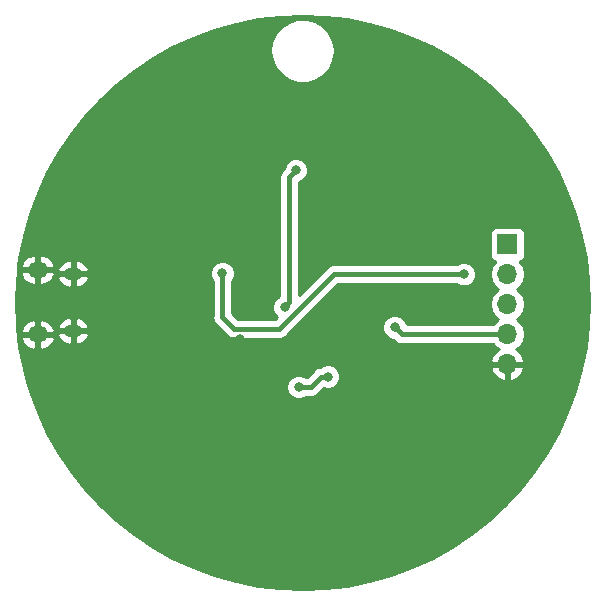
<source format=gbr>
G04 #@! TF.GenerationSoftware,KiCad,Pcbnew,5.0.2-bee76a0~70~ubuntu18.04.1*
G04 #@! TF.CreationDate,2019-08-23T13:18:12-04:00*
G04 #@! TF.ProjectId,badge,62616467-652e-46b6-9963-61645f706362,rev?*
G04 #@! TF.SameCoordinates,Original*
G04 #@! TF.FileFunction,Copper,L2,Bot*
G04 #@! TF.FilePolarity,Positive*
%FSLAX46Y46*%
G04 Gerber Fmt 4.6, Leading zero omitted, Abs format (unit mm)*
G04 Created by KiCad (PCBNEW 5.0.2-bee76a0~70~ubuntu18.04.1) date Fri 23 Aug 2019 01:18:12 PM EDT*
%MOMM*%
%LPD*%
G01*
G04 APERTURE LIST*
G04 #@! TA.AperFunction,ComponentPad*
%ADD10O,1.500000X1.100000*%
G04 #@! TD*
G04 #@! TA.AperFunction,ComponentPad*
%ADD11O,1.700000X1.350000*%
G04 #@! TD*
G04 #@! TA.AperFunction,ComponentPad*
%ADD12R,1.700000X1.700000*%
G04 #@! TD*
G04 #@! TA.AperFunction,ComponentPad*
%ADD13O,1.700000X1.700000*%
G04 #@! TD*
G04 #@! TA.AperFunction,ViaPad*
%ADD14C,0.800000*%
G04 #@! TD*
G04 #@! TA.AperFunction,Conductor*
%ADD15C,0.400000*%
G04 #@! TD*
G04 #@! TA.AperFunction,Conductor*
%ADD16C,0.254000*%
G04 #@! TD*
G04 APERTURE END LIST*
D10*
G04 #@! TO.P,J1,6*
G04 #@! TO.N,GND*
X149586000Y-91363600D03*
X149586000Y-96203600D03*
D11*
X146586000Y-91053600D03*
X146586000Y-96513600D03*
G04 #@! TD*
D12*
G04 #@! TO.P,J2,1*
G04 #@! TO.N,Net-(C1-Pad1)*
X186359800Y-88874600D03*
D13*
G04 #@! TO.P,J2,2*
G04 #@! TO.N,Net-(C3-Pad1)*
X186359800Y-91414600D03*
G04 #@! TO.P,J2,3*
G04 #@! TO.N,Net-(J2-Pad3)*
X186359800Y-93954600D03*
G04 #@! TO.P,J2,4*
G04 #@! TO.N,Net-(J2-Pad4)*
X186359800Y-96494600D03*
G04 #@! TO.P,J2,5*
G04 #@! TO.N,GND*
X186359800Y-99034600D03*
G04 #@! TD*
D14*
G04 #@! TO.N,*
X171170600Y-100076000D03*
X168681400Y-100965000D03*
G04 #@! TO.N,GND*
X160604200Y-86664800D03*
X160705800Y-91109800D03*
X163677600Y-96901000D03*
X161036000Y-96164400D03*
X174726600Y-94259400D03*
X174955200Y-99491800D03*
G04 #@! TO.N,Net-(C3-Pad1)*
X162229800Y-91338400D03*
X182676800Y-91414600D03*
G04 #@! TO.N,Net-(D1-Pad1)*
X167487600Y-94208600D03*
X168452800Y-82600800D03*
G04 #@! TO.N,Net-(J2-Pad4)*
X176809400Y-95910400D03*
G04 #@! TD*
D15*
G04 #@! TO.N,*
X170604915Y-100076000D02*
X169715915Y-100965000D01*
X171170600Y-100076000D02*
X170604915Y-100076000D01*
X169715915Y-100965000D02*
X168681400Y-100965000D01*
G04 #@! TO.N,GND*
X160604200Y-87230485D02*
X160655000Y-87281285D01*
X160604200Y-86664800D02*
X160604200Y-87230485D01*
X160655000Y-87281285D02*
X160655000Y-91059000D01*
X160655000Y-91059000D02*
X160705800Y-91109800D01*
X163677600Y-96901000D02*
X161772600Y-96901000D01*
X161772600Y-96901000D02*
X161036000Y-96164400D01*
X174726600Y-94825085D02*
X174955200Y-95053685D01*
X174726600Y-94259400D02*
X174726600Y-94825085D01*
X174955200Y-95053685D02*
X174955200Y-99491800D01*
G04 #@! TO.N,Net-(C3-Pad1)*
X162229800Y-91338400D02*
X162229800Y-95046800D01*
X162229800Y-95046800D02*
X163220400Y-96037400D01*
X163220400Y-96037400D02*
X167055800Y-96037400D01*
X167055800Y-96037400D02*
X171678600Y-91414600D01*
X171678600Y-91414600D02*
X182676800Y-91414600D01*
G04 #@! TO.N,Net-(D1-Pad1)*
X167887599Y-93808601D02*
X167887599Y-83191401D01*
X167487600Y-94208600D02*
X167887599Y-93808601D01*
X167887599Y-83191401D02*
X168452800Y-82626200D01*
X168452800Y-82626200D02*
X168452800Y-82600800D01*
G04 #@! TO.N,Net-(J2-Pad4)*
X177393600Y-96494600D02*
X186359800Y-96494600D01*
X176809400Y-95910400D02*
X177393600Y-96494600D01*
G04 #@! TD*
D16*
G04 #@! TO.N,GND*
G36*
X170915410Y-69618401D02*
X172807482Y-69842342D01*
X174676152Y-70214044D01*
X176509897Y-70731214D01*
X178297413Y-71390663D01*
X180027679Y-72188327D01*
X181690028Y-73119286D01*
X183274209Y-74177803D01*
X184770457Y-75357349D01*
X186169546Y-76650654D01*
X187462851Y-78049743D01*
X188642397Y-79545991D01*
X189700914Y-81130172D01*
X190631873Y-82792521D01*
X191429537Y-84522787D01*
X192088986Y-86310303D01*
X192606156Y-88144048D01*
X192977858Y-90012718D01*
X193201799Y-91904790D01*
X193276600Y-93808600D01*
X193201799Y-95712410D01*
X192977858Y-97604482D01*
X192606156Y-99473152D01*
X192088986Y-101306897D01*
X191429537Y-103094413D01*
X190631873Y-104824679D01*
X189700914Y-106487028D01*
X188642397Y-108071209D01*
X187462851Y-109567457D01*
X186169546Y-110966546D01*
X184770457Y-112259851D01*
X183274209Y-113439397D01*
X181690028Y-114497914D01*
X180027679Y-115428873D01*
X178297413Y-116226537D01*
X176509897Y-116885986D01*
X174676152Y-117403156D01*
X172807482Y-117774858D01*
X170915410Y-117998799D01*
X169011600Y-118073600D01*
X167107790Y-117998799D01*
X165215718Y-117774858D01*
X163347048Y-117403156D01*
X161513303Y-116885986D01*
X159725787Y-116226537D01*
X157995521Y-115428873D01*
X156333172Y-114497914D01*
X154748991Y-113439397D01*
X153252743Y-112259851D01*
X151853654Y-110966546D01*
X150560349Y-109567457D01*
X149380803Y-108071209D01*
X148322286Y-106487028D01*
X147391327Y-104824679D01*
X146593663Y-103094413D01*
X145934214Y-101306897D01*
X145779727Y-100759126D01*
X167646400Y-100759126D01*
X167646400Y-101170874D01*
X167803969Y-101551280D01*
X168095120Y-101842431D01*
X168475526Y-102000000D01*
X168887274Y-102000000D01*
X169267680Y-101842431D01*
X169310111Y-101800000D01*
X169633682Y-101800000D01*
X169715915Y-101816357D01*
X169798148Y-101800000D01*
X169798152Y-101800000D01*
X170041716Y-101751552D01*
X170317916Y-101567001D01*
X170364502Y-101497280D01*
X170813445Y-101048338D01*
X170964726Y-101111000D01*
X171376474Y-101111000D01*
X171756880Y-100953431D01*
X172048031Y-100662280D01*
X172205600Y-100281874D01*
X172205600Y-99870126D01*
X172048031Y-99489720D01*
X171949801Y-99391490D01*
X184918324Y-99391490D01*
X185088155Y-99801524D01*
X185478442Y-100229783D01*
X186002908Y-100476086D01*
X186232800Y-100355419D01*
X186232800Y-99161600D01*
X186486800Y-99161600D01*
X186486800Y-100355419D01*
X186716692Y-100476086D01*
X187241158Y-100229783D01*
X187631445Y-99801524D01*
X187801276Y-99391490D01*
X187679955Y-99161600D01*
X186486800Y-99161600D01*
X186232800Y-99161600D01*
X185039645Y-99161600D01*
X184918324Y-99391490D01*
X171949801Y-99391490D01*
X171756880Y-99198569D01*
X171376474Y-99041000D01*
X170964726Y-99041000D01*
X170584320Y-99198569D01*
X170546659Y-99236230D01*
X170522678Y-99241000D01*
X170279114Y-99289448D01*
X170002914Y-99473999D01*
X169956329Y-99543718D01*
X169370048Y-100130000D01*
X169310111Y-100130000D01*
X169267680Y-100087569D01*
X168887274Y-99930000D01*
X168475526Y-99930000D01*
X168095120Y-100087569D01*
X167803969Y-100378720D01*
X167646400Y-100759126D01*
X145779727Y-100759126D01*
X145417044Y-99473152D01*
X145045342Y-97604482D01*
X144955215Y-96843000D01*
X145143090Y-96843000D01*
X145146144Y-96866629D01*
X145377524Y-97323796D01*
X145766241Y-97657618D01*
X146253117Y-97817273D01*
X146459000Y-97667171D01*
X146459000Y-96640600D01*
X146713000Y-96640600D01*
X146713000Y-97667171D01*
X146918883Y-97817273D01*
X147405759Y-97657618D01*
X147794476Y-97323796D01*
X148025856Y-96866629D01*
X148028910Y-96843000D01*
X147905224Y-96640600D01*
X146713000Y-96640600D01*
X146459000Y-96640600D01*
X145266776Y-96640600D01*
X145143090Y-96843000D01*
X144955215Y-96843000D01*
X144916198Y-96513344D01*
X148242197Y-96513344D01*
X148246994Y-96552126D01*
X148467071Y-96961475D01*
X148827046Y-97255444D01*
X149272117Y-97389280D01*
X149459000Y-97233748D01*
X149459000Y-96330600D01*
X149713000Y-96330600D01*
X149713000Y-97233748D01*
X149899883Y-97389280D01*
X150344954Y-97255444D01*
X150704929Y-96961475D01*
X150925006Y-96552126D01*
X150929803Y-96513344D01*
X150804361Y-96330600D01*
X149713000Y-96330600D01*
X149459000Y-96330600D01*
X148367639Y-96330600D01*
X148242197Y-96513344D01*
X144916198Y-96513344D01*
X144877241Y-96184200D01*
X145143090Y-96184200D01*
X145266776Y-96386600D01*
X146459000Y-96386600D01*
X146459000Y-95360029D01*
X146713000Y-95360029D01*
X146713000Y-96386600D01*
X147905224Y-96386600D01*
X148028910Y-96184200D01*
X148025856Y-96160571D01*
X147890867Y-95893856D01*
X148242197Y-95893856D01*
X148367639Y-96076600D01*
X149459000Y-96076600D01*
X149459000Y-95173452D01*
X149713000Y-95173452D01*
X149713000Y-96076600D01*
X150804361Y-96076600D01*
X150929803Y-95893856D01*
X150925006Y-95855074D01*
X150704929Y-95445725D01*
X150344954Y-95151756D01*
X149899883Y-95017920D01*
X149713000Y-95173452D01*
X149459000Y-95173452D01*
X149272117Y-95017920D01*
X148827046Y-95151756D01*
X148467071Y-95445725D01*
X148246994Y-95855074D01*
X148242197Y-95893856D01*
X147890867Y-95893856D01*
X147794476Y-95703404D01*
X147405759Y-95369582D01*
X146918883Y-95209927D01*
X146713000Y-95360029D01*
X146459000Y-95360029D01*
X146253117Y-95209927D01*
X145766241Y-95369582D01*
X145377524Y-95703404D01*
X145146144Y-96160571D01*
X145143090Y-96184200D01*
X144877241Y-96184200D01*
X144821401Y-95712410D01*
X144746600Y-93808600D01*
X144821401Y-91904790D01*
X144883158Y-91383000D01*
X145143090Y-91383000D01*
X145146144Y-91406629D01*
X145377524Y-91863796D01*
X145766241Y-92197618D01*
X146253117Y-92357273D01*
X146459000Y-92207171D01*
X146459000Y-91180600D01*
X146713000Y-91180600D01*
X146713000Y-92207171D01*
X146918883Y-92357273D01*
X147405759Y-92197618D01*
X147794476Y-91863796D01*
X147890866Y-91673344D01*
X148242197Y-91673344D01*
X148246994Y-91712126D01*
X148467071Y-92121475D01*
X148827046Y-92415444D01*
X149272117Y-92549280D01*
X149459000Y-92393748D01*
X149459000Y-91490600D01*
X149713000Y-91490600D01*
X149713000Y-92393748D01*
X149899883Y-92549280D01*
X150344954Y-92415444D01*
X150704929Y-92121475D01*
X150925006Y-91712126D01*
X150929803Y-91673344D01*
X150804361Y-91490600D01*
X149713000Y-91490600D01*
X149459000Y-91490600D01*
X148367639Y-91490600D01*
X148242197Y-91673344D01*
X147890866Y-91673344D01*
X148025856Y-91406629D01*
X148028910Y-91383000D01*
X147905224Y-91180600D01*
X146713000Y-91180600D01*
X146459000Y-91180600D01*
X145266776Y-91180600D01*
X145143090Y-91383000D01*
X144883158Y-91383000D01*
X144922114Y-91053856D01*
X148242197Y-91053856D01*
X148367639Y-91236600D01*
X149459000Y-91236600D01*
X149459000Y-90333452D01*
X149713000Y-90333452D01*
X149713000Y-91236600D01*
X150804361Y-91236600D01*
X150875801Y-91132526D01*
X161194800Y-91132526D01*
X161194800Y-91544274D01*
X161352369Y-91924680D01*
X161394800Y-91967111D01*
X161394801Y-94964562D01*
X161378443Y-95046800D01*
X161443248Y-95372600D01*
X161443249Y-95372601D01*
X161627800Y-95648801D01*
X161697518Y-95695385D01*
X162571815Y-96569682D01*
X162618399Y-96639401D01*
X162840540Y-96787831D01*
X162894599Y-96823952D01*
X163220400Y-96888758D01*
X163302637Y-96872400D01*
X166973567Y-96872400D01*
X167055800Y-96888757D01*
X167138033Y-96872400D01*
X167138037Y-96872400D01*
X167381601Y-96823952D01*
X167657801Y-96639401D01*
X167704387Y-96569680D01*
X168569541Y-95704526D01*
X175774400Y-95704526D01*
X175774400Y-96116274D01*
X175931969Y-96496680D01*
X176223120Y-96787831D01*
X176603526Y-96945400D01*
X176663532Y-96945400D01*
X176745014Y-97026882D01*
X176791599Y-97096601D01*
X177067799Y-97281152D01*
X177311363Y-97329600D01*
X177393600Y-97345958D01*
X177475837Y-97329600D01*
X185131735Y-97329600D01*
X185289175Y-97565225D01*
X185608278Y-97778443D01*
X185478442Y-97839417D01*
X185088155Y-98267676D01*
X184918324Y-98677710D01*
X185039645Y-98907600D01*
X186232800Y-98907600D01*
X186232800Y-98887600D01*
X186486800Y-98887600D01*
X186486800Y-98907600D01*
X187679955Y-98907600D01*
X187801276Y-98677710D01*
X187631445Y-98267676D01*
X187241158Y-97839417D01*
X187111322Y-97778443D01*
X187430425Y-97565225D01*
X187758639Y-97074018D01*
X187873892Y-96494600D01*
X187758639Y-95915182D01*
X187430425Y-95423975D01*
X187132039Y-95224600D01*
X187430425Y-95025225D01*
X187758639Y-94534018D01*
X187873892Y-93954600D01*
X187758639Y-93375182D01*
X187430425Y-92883975D01*
X187132039Y-92684600D01*
X187430425Y-92485225D01*
X187758639Y-91994018D01*
X187873892Y-91414600D01*
X187758639Y-90835182D01*
X187430425Y-90343975D01*
X187412181Y-90331784D01*
X187457565Y-90322757D01*
X187667609Y-90182409D01*
X187807957Y-89972365D01*
X187857240Y-89724600D01*
X187857240Y-88024600D01*
X187807957Y-87776835D01*
X187667609Y-87566791D01*
X187457565Y-87426443D01*
X187209800Y-87377160D01*
X185509800Y-87377160D01*
X185262035Y-87426443D01*
X185051991Y-87566791D01*
X184911643Y-87776835D01*
X184862360Y-88024600D01*
X184862360Y-89724600D01*
X184911643Y-89972365D01*
X185051991Y-90182409D01*
X185262035Y-90322757D01*
X185307419Y-90331784D01*
X185289175Y-90343975D01*
X184960961Y-90835182D01*
X184845708Y-91414600D01*
X184960961Y-91994018D01*
X185289175Y-92485225D01*
X185587561Y-92684600D01*
X185289175Y-92883975D01*
X184960961Y-93375182D01*
X184845708Y-93954600D01*
X184960961Y-94534018D01*
X185289175Y-95025225D01*
X185587561Y-95224600D01*
X185289175Y-95423975D01*
X185131735Y-95659600D01*
X177825791Y-95659600D01*
X177686831Y-95324120D01*
X177395680Y-95032969D01*
X177015274Y-94875400D01*
X176603526Y-94875400D01*
X176223120Y-95032969D01*
X175931969Y-95324120D01*
X175774400Y-95704526D01*
X168569541Y-95704526D01*
X172024469Y-92249600D01*
X182048089Y-92249600D01*
X182090520Y-92292031D01*
X182470926Y-92449600D01*
X182882674Y-92449600D01*
X183263080Y-92292031D01*
X183554231Y-92000880D01*
X183711800Y-91620474D01*
X183711800Y-91208726D01*
X183554231Y-90828320D01*
X183263080Y-90537169D01*
X182882674Y-90379600D01*
X182470926Y-90379600D01*
X182090520Y-90537169D01*
X182048089Y-90579600D01*
X171760832Y-90579600D01*
X171678599Y-90563243D01*
X171596366Y-90579600D01*
X171596363Y-90579600D01*
X171352799Y-90628048D01*
X171076599Y-90812599D01*
X171030017Y-90882314D01*
X168722599Y-93189733D01*
X168722599Y-83609321D01*
X169039080Y-83478231D01*
X169330231Y-83187080D01*
X169487800Y-82806674D01*
X169487800Y-82394926D01*
X169330231Y-82014520D01*
X169039080Y-81723369D01*
X168658674Y-81565800D01*
X168246926Y-81565800D01*
X167866520Y-81723369D01*
X167575369Y-82014520D01*
X167417800Y-82394926D01*
X167417800Y-82480333D01*
X167355317Y-82542816D01*
X167285599Y-82589400D01*
X167239015Y-82659118D01*
X167101047Y-82865601D01*
X167036242Y-83191401D01*
X167052600Y-83273639D01*
X167052599Y-93268507D01*
X166901320Y-93331169D01*
X166610169Y-93622320D01*
X166452600Y-94002726D01*
X166452600Y-94414474D01*
X166610169Y-94794880D01*
X166863811Y-95048522D01*
X166709933Y-95202400D01*
X163566268Y-95202400D01*
X163064800Y-94700933D01*
X163064800Y-91967111D01*
X163107231Y-91924680D01*
X163264800Y-91544274D01*
X163264800Y-91132526D01*
X163107231Y-90752120D01*
X162816080Y-90460969D01*
X162435674Y-90303400D01*
X162023926Y-90303400D01*
X161643520Y-90460969D01*
X161352369Y-90752120D01*
X161194800Y-91132526D01*
X150875801Y-91132526D01*
X150929803Y-91053856D01*
X150925006Y-91015074D01*
X150704929Y-90605725D01*
X150344954Y-90311756D01*
X149899883Y-90177920D01*
X149713000Y-90333452D01*
X149459000Y-90333452D01*
X149272117Y-90177920D01*
X148827046Y-90311756D01*
X148467071Y-90605725D01*
X148246994Y-91015074D01*
X148242197Y-91053856D01*
X144922114Y-91053856D01*
X144961132Y-90724200D01*
X145143090Y-90724200D01*
X145266776Y-90926600D01*
X146459000Y-90926600D01*
X146459000Y-89900029D01*
X146713000Y-89900029D01*
X146713000Y-90926600D01*
X147905224Y-90926600D01*
X148028910Y-90724200D01*
X148025856Y-90700571D01*
X147794476Y-90243404D01*
X147405759Y-89909582D01*
X146918883Y-89749927D01*
X146713000Y-89900029D01*
X146459000Y-89900029D01*
X146253117Y-89749927D01*
X145766241Y-89909582D01*
X145377524Y-90243404D01*
X145146144Y-90700571D01*
X145143090Y-90724200D01*
X144961132Y-90724200D01*
X145045342Y-90012718D01*
X145417044Y-88144048D01*
X145934214Y-86310303D01*
X146593663Y-84522787D01*
X147391327Y-82792521D01*
X148322286Y-81130172D01*
X149380803Y-79545991D01*
X150560349Y-78049743D01*
X151853654Y-76650654D01*
X153252743Y-75357349D01*
X154748991Y-74177803D01*
X156333172Y-73119286D01*
X157379433Y-72533352D01*
X166281804Y-72533352D01*
X166400888Y-73298175D01*
X166729846Y-73998832D01*
X167242233Y-74579000D01*
X167896858Y-74992037D01*
X168641096Y-75204742D01*
X169415120Y-75200013D01*
X170156704Y-74978233D01*
X170806234Y-74557228D01*
X171311495Y-73970844D01*
X171631868Y-73266220D01*
X171741600Y-72500000D01*
X171740785Y-72433300D01*
X171612366Y-71669990D01*
X171274873Y-70973403D01*
X170755436Y-70399539D01*
X170095814Y-69994530D01*
X169349032Y-69790934D01*
X168575124Y-69805118D01*
X167836305Y-70035942D01*
X167191966Y-70464851D01*
X166693907Y-71057363D01*
X166382166Y-71765849D01*
X166281804Y-72533352D01*
X157379433Y-72533352D01*
X157995521Y-72188327D01*
X159725787Y-71390663D01*
X161513303Y-70731214D01*
X163347048Y-70214044D01*
X165215718Y-69842342D01*
X167107790Y-69618401D01*
X169011600Y-69543600D01*
X170915410Y-69618401D01*
X170915410Y-69618401D01*
G37*
X170915410Y-69618401D02*
X172807482Y-69842342D01*
X174676152Y-70214044D01*
X176509897Y-70731214D01*
X178297413Y-71390663D01*
X180027679Y-72188327D01*
X181690028Y-73119286D01*
X183274209Y-74177803D01*
X184770457Y-75357349D01*
X186169546Y-76650654D01*
X187462851Y-78049743D01*
X188642397Y-79545991D01*
X189700914Y-81130172D01*
X190631873Y-82792521D01*
X191429537Y-84522787D01*
X192088986Y-86310303D01*
X192606156Y-88144048D01*
X192977858Y-90012718D01*
X193201799Y-91904790D01*
X193276600Y-93808600D01*
X193201799Y-95712410D01*
X192977858Y-97604482D01*
X192606156Y-99473152D01*
X192088986Y-101306897D01*
X191429537Y-103094413D01*
X190631873Y-104824679D01*
X189700914Y-106487028D01*
X188642397Y-108071209D01*
X187462851Y-109567457D01*
X186169546Y-110966546D01*
X184770457Y-112259851D01*
X183274209Y-113439397D01*
X181690028Y-114497914D01*
X180027679Y-115428873D01*
X178297413Y-116226537D01*
X176509897Y-116885986D01*
X174676152Y-117403156D01*
X172807482Y-117774858D01*
X170915410Y-117998799D01*
X169011600Y-118073600D01*
X167107790Y-117998799D01*
X165215718Y-117774858D01*
X163347048Y-117403156D01*
X161513303Y-116885986D01*
X159725787Y-116226537D01*
X157995521Y-115428873D01*
X156333172Y-114497914D01*
X154748991Y-113439397D01*
X153252743Y-112259851D01*
X151853654Y-110966546D01*
X150560349Y-109567457D01*
X149380803Y-108071209D01*
X148322286Y-106487028D01*
X147391327Y-104824679D01*
X146593663Y-103094413D01*
X145934214Y-101306897D01*
X145779727Y-100759126D01*
X167646400Y-100759126D01*
X167646400Y-101170874D01*
X167803969Y-101551280D01*
X168095120Y-101842431D01*
X168475526Y-102000000D01*
X168887274Y-102000000D01*
X169267680Y-101842431D01*
X169310111Y-101800000D01*
X169633682Y-101800000D01*
X169715915Y-101816357D01*
X169798148Y-101800000D01*
X169798152Y-101800000D01*
X170041716Y-101751552D01*
X170317916Y-101567001D01*
X170364502Y-101497280D01*
X170813445Y-101048338D01*
X170964726Y-101111000D01*
X171376474Y-101111000D01*
X171756880Y-100953431D01*
X172048031Y-100662280D01*
X172205600Y-100281874D01*
X172205600Y-99870126D01*
X172048031Y-99489720D01*
X171949801Y-99391490D01*
X184918324Y-99391490D01*
X185088155Y-99801524D01*
X185478442Y-100229783D01*
X186002908Y-100476086D01*
X186232800Y-100355419D01*
X186232800Y-99161600D01*
X186486800Y-99161600D01*
X186486800Y-100355419D01*
X186716692Y-100476086D01*
X187241158Y-100229783D01*
X187631445Y-99801524D01*
X187801276Y-99391490D01*
X187679955Y-99161600D01*
X186486800Y-99161600D01*
X186232800Y-99161600D01*
X185039645Y-99161600D01*
X184918324Y-99391490D01*
X171949801Y-99391490D01*
X171756880Y-99198569D01*
X171376474Y-99041000D01*
X170964726Y-99041000D01*
X170584320Y-99198569D01*
X170546659Y-99236230D01*
X170522678Y-99241000D01*
X170279114Y-99289448D01*
X170002914Y-99473999D01*
X169956329Y-99543718D01*
X169370048Y-100130000D01*
X169310111Y-100130000D01*
X169267680Y-100087569D01*
X168887274Y-99930000D01*
X168475526Y-99930000D01*
X168095120Y-100087569D01*
X167803969Y-100378720D01*
X167646400Y-100759126D01*
X145779727Y-100759126D01*
X145417044Y-99473152D01*
X145045342Y-97604482D01*
X144955215Y-96843000D01*
X145143090Y-96843000D01*
X145146144Y-96866629D01*
X145377524Y-97323796D01*
X145766241Y-97657618D01*
X146253117Y-97817273D01*
X146459000Y-97667171D01*
X146459000Y-96640600D01*
X146713000Y-96640600D01*
X146713000Y-97667171D01*
X146918883Y-97817273D01*
X147405759Y-97657618D01*
X147794476Y-97323796D01*
X148025856Y-96866629D01*
X148028910Y-96843000D01*
X147905224Y-96640600D01*
X146713000Y-96640600D01*
X146459000Y-96640600D01*
X145266776Y-96640600D01*
X145143090Y-96843000D01*
X144955215Y-96843000D01*
X144916198Y-96513344D01*
X148242197Y-96513344D01*
X148246994Y-96552126D01*
X148467071Y-96961475D01*
X148827046Y-97255444D01*
X149272117Y-97389280D01*
X149459000Y-97233748D01*
X149459000Y-96330600D01*
X149713000Y-96330600D01*
X149713000Y-97233748D01*
X149899883Y-97389280D01*
X150344954Y-97255444D01*
X150704929Y-96961475D01*
X150925006Y-96552126D01*
X150929803Y-96513344D01*
X150804361Y-96330600D01*
X149713000Y-96330600D01*
X149459000Y-96330600D01*
X148367639Y-96330600D01*
X148242197Y-96513344D01*
X144916198Y-96513344D01*
X144877241Y-96184200D01*
X145143090Y-96184200D01*
X145266776Y-96386600D01*
X146459000Y-96386600D01*
X146459000Y-95360029D01*
X146713000Y-95360029D01*
X146713000Y-96386600D01*
X147905224Y-96386600D01*
X148028910Y-96184200D01*
X148025856Y-96160571D01*
X147890867Y-95893856D01*
X148242197Y-95893856D01*
X148367639Y-96076600D01*
X149459000Y-96076600D01*
X149459000Y-95173452D01*
X149713000Y-95173452D01*
X149713000Y-96076600D01*
X150804361Y-96076600D01*
X150929803Y-95893856D01*
X150925006Y-95855074D01*
X150704929Y-95445725D01*
X150344954Y-95151756D01*
X149899883Y-95017920D01*
X149713000Y-95173452D01*
X149459000Y-95173452D01*
X149272117Y-95017920D01*
X148827046Y-95151756D01*
X148467071Y-95445725D01*
X148246994Y-95855074D01*
X148242197Y-95893856D01*
X147890867Y-95893856D01*
X147794476Y-95703404D01*
X147405759Y-95369582D01*
X146918883Y-95209927D01*
X146713000Y-95360029D01*
X146459000Y-95360029D01*
X146253117Y-95209927D01*
X145766241Y-95369582D01*
X145377524Y-95703404D01*
X145146144Y-96160571D01*
X145143090Y-96184200D01*
X144877241Y-96184200D01*
X144821401Y-95712410D01*
X144746600Y-93808600D01*
X144821401Y-91904790D01*
X144883158Y-91383000D01*
X145143090Y-91383000D01*
X145146144Y-91406629D01*
X145377524Y-91863796D01*
X145766241Y-92197618D01*
X146253117Y-92357273D01*
X146459000Y-92207171D01*
X146459000Y-91180600D01*
X146713000Y-91180600D01*
X146713000Y-92207171D01*
X146918883Y-92357273D01*
X147405759Y-92197618D01*
X147794476Y-91863796D01*
X147890866Y-91673344D01*
X148242197Y-91673344D01*
X148246994Y-91712126D01*
X148467071Y-92121475D01*
X148827046Y-92415444D01*
X149272117Y-92549280D01*
X149459000Y-92393748D01*
X149459000Y-91490600D01*
X149713000Y-91490600D01*
X149713000Y-92393748D01*
X149899883Y-92549280D01*
X150344954Y-92415444D01*
X150704929Y-92121475D01*
X150925006Y-91712126D01*
X150929803Y-91673344D01*
X150804361Y-91490600D01*
X149713000Y-91490600D01*
X149459000Y-91490600D01*
X148367639Y-91490600D01*
X148242197Y-91673344D01*
X147890866Y-91673344D01*
X148025856Y-91406629D01*
X148028910Y-91383000D01*
X147905224Y-91180600D01*
X146713000Y-91180600D01*
X146459000Y-91180600D01*
X145266776Y-91180600D01*
X145143090Y-91383000D01*
X144883158Y-91383000D01*
X144922114Y-91053856D01*
X148242197Y-91053856D01*
X148367639Y-91236600D01*
X149459000Y-91236600D01*
X149459000Y-90333452D01*
X149713000Y-90333452D01*
X149713000Y-91236600D01*
X150804361Y-91236600D01*
X150875801Y-91132526D01*
X161194800Y-91132526D01*
X161194800Y-91544274D01*
X161352369Y-91924680D01*
X161394800Y-91967111D01*
X161394801Y-94964562D01*
X161378443Y-95046800D01*
X161443248Y-95372600D01*
X161443249Y-95372601D01*
X161627800Y-95648801D01*
X161697518Y-95695385D01*
X162571815Y-96569682D01*
X162618399Y-96639401D01*
X162840540Y-96787831D01*
X162894599Y-96823952D01*
X163220400Y-96888758D01*
X163302637Y-96872400D01*
X166973567Y-96872400D01*
X167055800Y-96888757D01*
X167138033Y-96872400D01*
X167138037Y-96872400D01*
X167381601Y-96823952D01*
X167657801Y-96639401D01*
X167704387Y-96569680D01*
X168569541Y-95704526D01*
X175774400Y-95704526D01*
X175774400Y-96116274D01*
X175931969Y-96496680D01*
X176223120Y-96787831D01*
X176603526Y-96945400D01*
X176663532Y-96945400D01*
X176745014Y-97026882D01*
X176791599Y-97096601D01*
X177067799Y-97281152D01*
X177311363Y-97329600D01*
X177393600Y-97345958D01*
X177475837Y-97329600D01*
X185131735Y-97329600D01*
X185289175Y-97565225D01*
X185608278Y-97778443D01*
X185478442Y-97839417D01*
X185088155Y-98267676D01*
X184918324Y-98677710D01*
X185039645Y-98907600D01*
X186232800Y-98907600D01*
X186232800Y-98887600D01*
X186486800Y-98887600D01*
X186486800Y-98907600D01*
X187679955Y-98907600D01*
X187801276Y-98677710D01*
X187631445Y-98267676D01*
X187241158Y-97839417D01*
X187111322Y-97778443D01*
X187430425Y-97565225D01*
X187758639Y-97074018D01*
X187873892Y-96494600D01*
X187758639Y-95915182D01*
X187430425Y-95423975D01*
X187132039Y-95224600D01*
X187430425Y-95025225D01*
X187758639Y-94534018D01*
X187873892Y-93954600D01*
X187758639Y-93375182D01*
X187430425Y-92883975D01*
X187132039Y-92684600D01*
X187430425Y-92485225D01*
X187758639Y-91994018D01*
X187873892Y-91414600D01*
X187758639Y-90835182D01*
X187430425Y-90343975D01*
X187412181Y-90331784D01*
X187457565Y-90322757D01*
X187667609Y-90182409D01*
X187807957Y-89972365D01*
X187857240Y-89724600D01*
X187857240Y-88024600D01*
X187807957Y-87776835D01*
X187667609Y-87566791D01*
X187457565Y-87426443D01*
X187209800Y-87377160D01*
X185509800Y-87377160D01*
X185262035Y-87426443D01*
X185051991Y-87566791D01*
X184911643Y-87776835D01*
X184862360Y-88024600D01*
X184862360Y-89724600D01*
X184911643Y-89972365D01*
X185051991Y-90182409D01*
X185262035Y-90322757D01*
X185307419Y-90331784D01*
X185289175Y-90343975D01*
X184960961Y-90835182D01*
X184845708Y-91414600D01*
X184960961Y-91994018D01*
X185289175Y-92485225D01*
X185587561Y-92684600D01*
X185289175Y-92883975D01*
X184960961Y-93375182D01*
X184845708Y-93954600D01*
X184960961Y-94534018D01*
X185289175Y-95025225D01*
X185587561Y-95224600D01*
X185289175Y-95423975D01*
X185131735Y-95659600D01*
X177825791Y-95659600D01*
X177686831Y-95324120D01*
X177395680Y-95032969D01*
X177015274Y-94875400D01*
X176603526Y-94875400D01*
X176223120Y-95032969D01*
X175931969Y-95324120D01*
X175774400Y-95704526D01*
X168569541Y-95704526D01*
X172024469Y-92249600D01*
X182048089Y-92249600D01*
X182090520Y-92292031D01*
X182470926Y-92449600D01*
X182882674Y-92449600D01*
X183263080Y-92292031D01*
X183554231Y-92000880D01*
X183711800Y-91620474D01*
X183711800Y-91208726D01*
X183554231Y-90828320D01*
X183263080Y-90537169D01*
X182882674Y-90379600D01*
X182470926Y-90379600D01*
X182090520Y-90537169D01*
X182048089Y-90579600D01*
X171760832Y-90579600D01*
X171678599Y-90563243D01*
X171596366Y-90579600D01*
X171596363Y-90579600D01*
X171352799Y-90628048D01*
X171076599Y-90812599D01*
X171030017Y-90882314D01*
X168722599Y-93189733D01*
X168722599Y-83609321D01*
X169039080Y-83478231D01*
X169330231Y-83187080D01*
X169487800Y-82806674D01*
X169487800Y-82394926D01*
X169330231Y-82014520D01*
X169039080Y-81723369D01*
X168658674Y-81565800D01*
X168246926Y-81565800D01*
X167866520Y-81723369D01*
X167575369Y-82014520D01*
X167417800Y-82394926D01*
X167417800Y-82480333D01*
X167355317Y-82542816D01*
X167285599Y-82589400D01*
X167239015Y-82659118D01*
X167101047Y-82865601D01*
X167036242Y-83191401D01*
X167052600Y-83273639D01*
X167052599Y-93268507D01*
X166901320Y-93331169D01*
X166610169Y-93622320D01*
X166452600Y-94002726D01*
X166452600Y-94414474D01*
X166610169Y-94794880D01*
X166863811Y-95048522D01*
X166709933Y-95202400D01*
X163566268Y-95202400D01*
X163064800Y-94700933D01*
X163064800Y-91967111D01*
X163107231Y-91924680D01*
X163264800Y-91544274D01*
X163264800Y-91132526D01*
X163107231Y-90752120D01*
X162816080Y-90460969D01*
X162435674Y-90303400D01*
X162023926Y-90303400D01*
X161643520Y-90460969D01*
X161352369Y-90752120D01*
X161194800Y-91132526D01*
X150875801Y-91132526D01*
X150929803Y-91053856D01*
X150925006Y-91015074D01*
X150704929Y-90605725D01*
X150344954Y-90311756D01*
X149899883Y-90177920D01*
X149713000Y-90333452D01*
X149459000Y-90333452D01*
X149272117Y-90177920D01*
X148827046Y-90311756D01*
X148467071Y-90605725D01*
X148246994Y-91015074D01*
X148242197Y-91053856D01*
X144922114Y-91053856D01*
X144961132Y-90724200D01*
X145143090Y-90724200D01*
X145266776Y-90926600D01*
X146459000Y-90926600D01*
X146459000Y-89900029D01*
X146713000Y-89900029D01*
X146713000Y-90926600D01*
X147905224Y-90926600D01*
X148028910Y-90724200D01*
X148025856Y-90700571D01*
X147794476Y-90243404D01*
X147405759Y-89909582D01*
X146918883Y-89749927D01*
X146713000Y-89900029D01*
X146459000Y-89900029D01*
X146253117Y-89749927D01*
X145766241Y-89909582D01*
X145377524Y-90243404D01*
X145146144Y-90700571D01*
X145143090Y-90724200D01*
X144961132Y-90724200D01*
X145045342Y-90012718D01*
X145417044Y-88144048D01*
X145934214Y-86310303D01*
X146593663Y-84522787D01*
X147391327Y-82792521D01*
X148322286Y-81130172D01*
X149380803Y-79545991D01*
X150560349Y-78049743D01*
X151853654Y-76650654D01*
X153252743Y-75357349D01*
X154748991Y-74177803D01*
X156333172Y-73119286D01*
X157379433Y-72533352D01*
X166281804Y-72533352D01*
X166400888Y-73298175D01*
X166729846Y-73998832D01*
X167242233Y-74579000D01*
X167896858Y-74992037D01*
X168641096Y-75204742D01*
X169415120Y-75200013D01*
X170156704Y-74978233D01*
X170806234Y-74557228D01*
X171311495Y-73970844D01*
X171631868Y-73266220D01*
X171741600Y-72500000D01*
X171740785Y-72433300D01*
X171612366Y-71669990D01*
X171274873Y-70973403D01*
X170755436Y-70399539D01*
X170095814Y-69994530D01*
X169349032Y-69790934D01*
X168575124Y-69805118D01*
X167836305Y-70035942D01*
X167191966Y-70464851D01*
X166693907Y-71057363D01*
X166382166Y-71765849D01*
X166281804Y-72533352D01*
X157379433Y-72533352D01*
X157995521Y-72188327D01*
X159725787Y-71390663D01*
X161513303Y-70731214D01*
X163347048Y-70214044D01*
X165215718Y-69842342D01*
X167107790Y-69618401D01*
X169011600Y-69543600D01*
X170915410Y-69618401D01*
G04 #@! TD*
M02*

</source>
